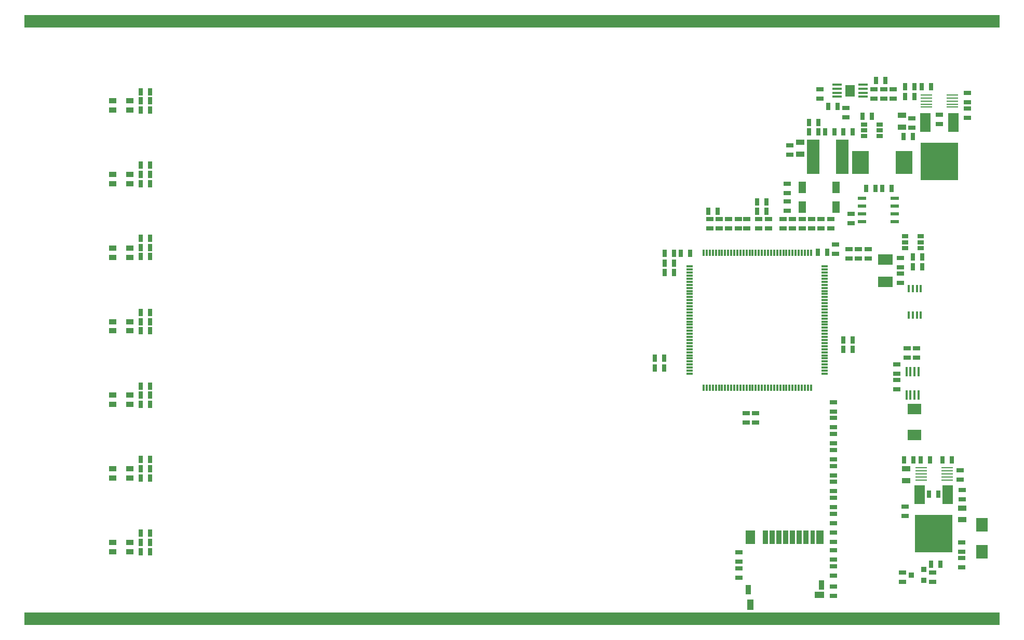
<source format=gtp>
G04 (created by PCBNEW (2013-07-07 BZR 4022)-stable) date 18.10.2013 17:48:29*
%MOIN*%
G04 Gerber Fmt 3.4, Leading zero omitted, Abs format*
%FSLAX34Y34*%
G01*
G70*
G90*
G04 APERTURE LIST*
%ADD10C,0.00590551*%
%ADD11R,6.25984X0.0787402*%
%ADD12R,0.0393701X0.011811*%
%ADD13R,0.011811X0.0393701*%
%ADD14R,0.045X0.025*%
%ADD15R,0.025X0.045*%
%ADD16R,0.036X0.036*%
%ADD17R,0.0858X0.0709*%
%ADD18R,0.0512X0.0748*%
%ADD19R,0.075X0.0098*%
%ADD20R,0.075X0.085*%
%ADD21R,0.0394X0.0276*%
%ADD22R,0.0551X0.0236*%
%ADD23R,0.055X0.035*%
%ADD24R,0.1102X0.1516*%
%ADD25R,0.065X0.12*%
%ADD26R,0.24X0.24*%
%ADD27R,0.0157X0.0591*%
%ADD28R,0.0492X0.0335*%
%ADD29R,0.0945X0.0669*%
%ADD30R,0.015X0.05*%
%ADD31R,0.063X0.0157*%
%ADD32R,0.0618X0.0744*%
%ADD33R,0.0787402X0.224409*%
%ADD34R,0.0295X0.0866*%
%ADD35R,0.0335X0.0866*%
%ADD36R,0.0512X0.0866*%
%ADD37R,0.063X0.0866*%
%ADD38R,0.0354X0.063*%
%ADD39R,0.061X0.0433*%
%ADD40R,0.0433X0.065*%
%ADD41R,0.0354X0.0591*%
G04 APERTURE END LIST*
G54D10*
G54D11*
X51181Y-20196D03*
G54D12*
X71259Y-42814D03*
X71259Y-42618D03*
X71259Y-42421D03*
X71259Y-42224D03*
X71259Y-42027D03*
X71259Y-41830D03*
X71259Y-41633D03*
X71259Y-41437D03*
X71259Y-41240D03*
X71259Y-41043D03*
X71259Y-40846D03*
X71259Y-40649D03*
X71259Y-40452D03*
X71259Y-40255D03*
X71259Y-40059D03*
X71259Y-39862D03*
X71259Y-39665D03*
X71259Y-39468D03*
X71259Y-39271D03*
X71259Y-39074D03*
X71259Y-38877D03*
X71259Y-38681D03*
X71259Y-38484D03*
X71259Y-38287D03*
X71259Y-38090D03*
X71259Y-37893D03*
X71259Y-37696D03*
X71259Y-37500D03*
X71259Y-37303D03*
X71259Y-37106D03*
X71259Y-36909D03*
X71259Y-36712D03*
X71259Y-36515D03*
X71259Y-36318D03*
X71259Y-36122D03*
X71259Y-35925D03*
G54D13*
X70374Y-35039D03*
X70177Y-35039D03*
X69980Y-35039D03*
X69783Y-35039D03*
X69586Y-35039D03*
X69389Y-35039D03*
X69192Y-35039D03*
X68996Y-35039D03*
X68799Y-35039D03*
X68602Y-35039D03*
X68405Y-35039D03*
X68208Y-35039D03*
X68011Y-35039D03*
X67814Y-35039D03*
X67618Y-35039D03*
X67421Y-35039D03*
X67224Y-35039D03*
X67027Y-35039D03*
X66830Y-35039D03*
X66633Y-35039D03*
X66437Y-35039D03*
X66240Y-35039D03*
X66043Y-35039D03*
X65846Y-35039D03*
X65649Y-35039D03*
X65452Y-35039D03*
X65255Y-35039D03*
X65059Y-35039D03*
X64862Y-35039D03*
X64665Y-35039D03*
X64468Y-35039D03*
X64271Y-35039D03*
X64074Y-35039D03*
X63877Y-35039D03*
X63681Y-35039D03*
X63484Y-35039D03*
G54D12*
X62598Y-35925D03*
X62598Y-36122D03*
X62598Y-36318D03*
X62598Y-36515D03*
X62598Y-36712D03*
X62598Y-36909D03*
X62598Y-37106D03*
X62598Y-37303D03*
X62598Y-37500D03*
X62598Y-37696D03*
X62598Y-37893D03*
X62598Y-38090D03*
X62598Y-38287D03*
X62598Y-38484D03*
X62598Y-38681D03*
X62598Y-38877D03*
X62598Y-39074D03*
X62598Y-39271D03*
X62598Y-39468D03*
X62598Y-39665D03*
X62598Y-39862D03*
X62598Y-40059D03*
X62598Y-40255D03*
X62598Y-40452D03*
X62598Y-40649D03*
X62598Y-40846D03*
X62598Y-41043D03*
X62598Y-41240D03*
X62598Y-41437D03*
X62598Y-41633D03*
X62598Y-41830D03*
X62598Y-42027D03*
X62598Y-42224D03*
X62598Y-42421D03*
X62598Y-42618D03*
X62598Y-42814D03*
G54D13*
X63484Y-43700D03*
X63681Y-43700D03*
X63877Y-43700D03*
X64074Y-43700D03*
X64271Y-43700D03*
X64468Y-43700D03*
X64665Y-43700D03*
X64862Y-43700D03*
X65059Y-43700D03*
X65255Y-43700D03*
X65452Y-43700D03*
X65649Y-43700D03*
X65846Y-43700D03*
X66043Y-43700D03*
X66240Y-43700D03*
X66437Y-43700D03*
X66633Y-43700D03*
X66830Y-43700D03*
X67027Y-43700D03*
X67224Y-43700D03*
X67421Y-43700D03*
X67618Y-43700D03*
X67814Y-43700D03*
X68011Y-43700D03*
X68208Y-43700D03*
X68405Y-43700D03*
X68602Y-43700D03*
X68799Y-43700D03*
X68996Y-43700D03*
X69192Y-43700D03*
X69389Y-43700D03*
X69586Y-43700D03*
X69783Y-43700D03*
X69980Y-43700D03*
X70177Y-43700D03*
X70374Y-43700D03*
G54D14*
X75649Y-25142D03*
X75649Y-24542D03*
G54D15*
X72091Y-25649D03*
X71491Y-25649D03*
G54D14*
X72814Y-35418D03*
X72814Y-34818D03*
G54D15*
X61599Y-35098D03*
X60999Y-35098D03*
G54D14*
X70413Y-33488D03*
X70413Y-32888D03*
G54D15*
X63774Y-32381D03*
X64374Y-32381D03*
G54D14*
X73425Y-34818D03*
X73425Y-35418D03*
X72618Y-26362D03*
X72618Y-25762D03*
G54D15*
X62022Y-35098D03*
X62622Y-35098D03*
G54D14*
X69192Y-33488D03*
X69192Y-32888D03*
X76240Y-56185D03*
X76240Y-55585D03*
G54D15*
X78085Y-55059D03*
X78685Y-55059D03*
G54D14*
X78169Y-55566D03*
X78169Y-56166D03*
G54D16*
X77604Y-55398D03*
X77604Y-56098D03*
X76804Y-55748D03*
G54D17*
X77007Y-45071D03*
X77007Y-46741D03*
G54D18*
X69802Y-32106D03*
X71968Y-32106D03*
X71968Y-30846D03*
X69802Y-30846D03*
G54D14*
X71811Y-46688D03*
X71811Y-47288D03*
X71811Y-51806D03*
X71811Y-52406D03*
X71811Y-49759D03*
X71811Y-50359D03*
X71811Y-48735D03*
X71811Y-49335D03*
X71811Y-47711D03*
X71811Y-48311D03*
G54D19*
X79448Y-25696D03*
X79448Y-25499D03*
X79448Y-25302D03*
X79448Y-25105D03*
X79448Y-24908D03*
X77794Y-24908D03*
X77794Y-25105D03*
X77794Y-25302D03*
X77794Y-25499D03*
X77794Y-25696D03*
X79107Y-49651D03*
X79107Y-49454D03*
X79107Y-49257D03*
X79107Y-49060D03*
X79107Y-48863D03*
X77453Y-48863D03*
X77453Y-49060D03*
X77453Y-49257D03*
X77453Y-49454D03*
X77453Y-49651D03*
G54D20*
X81339Y-52526D03*
X81339Y-54246D03*
G54D21*
X77429Y-33995D03*
X77429Y-34370D03*
X77429Y-34745D03*
X76429Y-34745D03*
X76429Y-34370D03*
X76429Y-33995D03*
G54D22*
X73654Y-33033D03*
X75754Y-33033D03*
X73654Y-32533D03*
X73654Y-32033D03*
X73654Y-31533D03*
X75754Y-32533D03*
X75754Y-32033D03*
X75754Y-31533D03*
G54D23*
X76220Y-26976D03*
X76220Y-26226D03*
X76495Y-49667D03*
X76495Y-48917D03*
X69685Y-28701D03*
X69685Y-27951D03*
X80077Y-51437D03*
X80077Y-52187D03*
G54D15*
X73912Y-30905D03*
X74512Y-30905D03*
X74542Y-23996D03*
X75142Y-23996D03*
G54D14*
X74429Y-25142D03*
X74429Y-24542D03*
G54D15*
X77495Y-24396D03*
X78095Y-24396D03*
G54D14*
X80039Y-54660D03*
X80039Y-55260D03*
X78621Y-26783D03*
X78621Y-26183D03*
G54D15*
X75536Y-30905D03*
X74936Y-30905D03*
G54D14*
X80038Y-53638D03*
X80038Y-54238D03*
X75885Y-43223D03*
X75885Y-43823D03*
G54D15*
X78541Y-50556D03*
X77941Y-50556D03*
G54D14*
X80078Y-50891D03*
X80078Y-50291D03*
X80432Y-26389D03*
X80432Y-25789D03*
G54D15*
X78015Y-48347D03*
X77415Y-48347D03*
X71274Y-27283D03*
X71874Y-27283D03*
X76933Y-27578D03*
X76333Y-27578D03*
G54D14*
X65748Y-54266D03*
X65748Y-54866D03*
X65748Y-55929D03*
X65748Y-55329D03*
X71811Y-53007D03*
X71811Y-53607D03*
X71811Y-50782D03*
X71811Y-51382D03*
X71811Y-55172D03*
X71811Y-55772D03*
X71811Y-54748D03*
X71811Y-54148D03*
X71811Y-56471D03*
X71811Y-57071D03*
G54D15*
X70851Y-27283D03*
X70251Y-27283D03*
G54D14*
X71023Y-32888D03*
X71023Y-33488D03*
X71948Y-34503D03*
X71948Y-35103D03*
G54D15*
X71422Y-35000D03*
X70822Y-35000D03*
G54D14*
X67027Y-32888D03*
X67027Y-33488D03*
G54D15*
X79433Y-48346D03*
X78833Y-48346D03*
G54D14*
X72952Y-33134D03*
X72952Y-32534D03*
X70964Y-24542D03*
X70964Y-25142D03*
X79960Y-49630D03*
X79960Y-49030D03*
X69015Y-28764D03*
X69015Y-28164D03*
G54D15*
X60949Y-42440D03*
X60349Y-42440D03*
G54D14*
X71653Y-33488D03*
X71653Y-32888D03*
X64488Y-33488D03*
X64488Y-32888D03*
G54D15*
X72455Y-40649D03*
X73055Y-40649D03*
G54D14*
X68858Y-31747D03*
X68858Y-32347D03*
X68858Y-31205D03*
X68858Y-30605D03*
G54D15*
X76904Y-35944D03*
X77504Y-35944D03*
G54D14*
X75885Y-42819D03*
X75885Y-42219D03*
X66240Y-33488D03*
X66240Y-32888D03*
X65708Y-33488D03*
X65708Y-32888D03*
X66830Y-45349D03*
X66830Y-45949D03*
X71811Y-45240D03*
X71811Y-44640D03*
G54D15*
X73696Y-26279D03*
X74296Y-26279D03*
G54D14*
X71811Y-45664D03*
X71811Y-46264D03*
X76850Y-27000D03*
X76850Y-26400D03*
G54D15*
X76952Y-48347D03*
X76352Y-48347D03*
X77032Y-25026D03*
X76432Y-25026D03*
X61599Y-36318D03*
X60999Y-36318D03*
G54D14*
X80432Y-25366D03*
X80432Y-24766D03*
X75039Y-25142D03*
X75039Y-24542D03*
G54D15*
X77032Y-24396D03*
X76432Y-24396D03*
G54D14*
X76416Y-51354D03*
X76416Y-51954D03*
X74035Y-35418D03*
X74035Y-34818D03*
G54D15*
X60949Y-41830D03*
X60349Y-41830D03*
G54D14*
X66220Y-45349D03*
X66220Y-45949D03*
X65098Y-33488D03*
X65098Y-32888D03*
X68582Y-33488D03*
X68582Y-32888D03*
G54D15*
X72455Y-41259D03*
X73055Y-41259D03*
X66924Y-31771D03*
X67524Y-31771D03*
X66924Y-32381D03*
X67524Y-32381D03*
X61599Y-35708D03*
X60999Y-35708D03*
G54D14*
X69803Y-33488D03*
X69803Y-32888D03*
X67637Y-33488D03*
X67637Y-32888D03*
G54D24*
X73535Y-29259D03*
X76347Y-29259D03*
G54D25*
X79141Y-50596D03*
G54D26*
X78241Y-53096D03*
G54D25*
X77341Y-50596D03*
X79522Y-26680D03*
G54D26*
X78622Y-29180D03*
G54D25*
X77722Y-26680D03*
G54D27*
X76505Y-44174D03*
X76761Y-44174D03*
X77017Y-44174D03*
X77273Y-44174D03*
X77273Y-42678D03*
X77017Y-42678D03*
X76761Y-42678D03*
X76505Y-42678D03*
G54D14*
X76555Y-41196D03*
X76555Y-41796D03*
X77165Y-41797D03*
X77165Y-41197D03*
G54D15*
X27937Y-53051D03*
X27337Y-53051D03*
X27337Y-54232D03*
X27937Y-54232D03*
X27337Y-53641D03*
X27937Y-53641D03*
G54D28*
X25541Y-53642D03*
X25541Y-54232D03*
X26663Y-54232D03*
X26663Y-53642D03*
G54D15*
X76904Y-35314D03*
X77504Y-35314D03*
X27337Y-25885D03*
X27937Y-25885D03*
X27337Y-39468D03*
X27937Y-39468D03*
X27337Y-40059D03*
X27937Y-40059D03*
X27336Y-34705D03*
X27936Y-34705D03*
X27336Y-35296D03*
X27936Y-35296D03*
X27337Y-30019D03*
X27937Y-30019D03*
X27337Y-30610D03*
X27937Y-30610D03*
X27337Y-25295D03*
X27937Y-25295D03*
X27937Y-38877D03*
X27337Y-38877D03*
X27937Y-34114D03*
X27337Y-34114D03*
X27937Y-29429D03*
X27337Y-29429D03*
X27937Y-24704D03*
X27337Y-24704D03*
G54D28*
X25541Y-25295D03*
X25541Y-25885D03*
X26663Y-25885D03*
X26663Y-25295D03*
X25541Y-39468D03*
X25541Y-40058D03*
X26663Y-40058D03*
X26663Y-39468D03*
X25541Y-34744D03*
X25541Y-35334D03*
X26663Y-35334D03*
X26663Y-34744D03*
X25541Y-30019D03*
X25541Y-30609D03*
X26663Y-30609D03*
X26663Y-30019D03*
G54D14*
X76122Y-36392D03*
X76122Y-36992D03*
X76122Y-35988D03*
X76122Y-35388D03*
G54D29*
X75157Y-35472D03*
X75157Y-36928D03*
G54D14*
X63877Y-33488D03*
X63877Y-32888D03*
G54D30*
X76663Y-39038D03*
X76919Y-39038D03*
X77175Y-39038D03*
X77431Y-39038D03*
X77431Y-37338D03*
X77175Y-37338D03*
X76919Y-37338D03*
X76663Y-37338D03*
G54D31*
X73720Y-25029D03*
X73720Y-24773D03*
X73720Y-24517D03*
X73720Y-24261D03*
X72066Y-24261D03*
X72066Y-24517D03*
X72066Y-24773D03*
X72066Y-25029D03*
G54D32*
X72893Y-24645D03*
G54D11*
X51181Y-58543D03*
G54D15*
X70251Y-26673D03*
X70851Y-26673D03*
X72436Y-27283D03*
X73036Y-27283D03*
G54D33*
X72381Y-28897D03*
X70531Y-28897D03*
G54D21*
X74771Y-26810D03*
X74771Y-27185D03*
X74771Y-27560D03*
X73771Y-27560D03*
X73771Y-27185D03*
X73771Y-26810D03*
G54D15*
X27937Y-43602D03*
X27337Y-43602D03*
X27337Y-44783D03*
X27937Y-44783D03*
X27337Y-44192D03*
X27937Y-44192D03*
X27937Y-48326D03*
X27337Y-48326D03*
X27337Y-49507D03*
X27937Y-49507D03*
X27337Y-48917D03*
X27937Y-48917D03*
G54D28*
X25541Y-44193D03*
X25541Y-44783D03*
X26663Y-44783D03*
X26663Y-44193D03*
X25541Y-48917D03*
X25541Y-49507D03*
X26663Y-49507D03*
X26663Y-48917D03*
G54D34*
X70472Y-53307D03*
G54D35*
X70039Y-53307D03*
X69606Y-53307D03*
X69173Y-53307D03*
X68740Y-53307D03*
X68307Y-53307D03*
X67874Y-53307D03*
X67441Y-53307D03*
G54D36*
X70956Y-53307D03*
G54D37*
X66476Y-53307D03*
G54D38*
X71043Y-56397D03*
G54D39*
X70915Y-57027D03*
G54D40*
X66496Y-57647D03*
G54D41*
X66338Y-56693D03*
M02*

</source>
